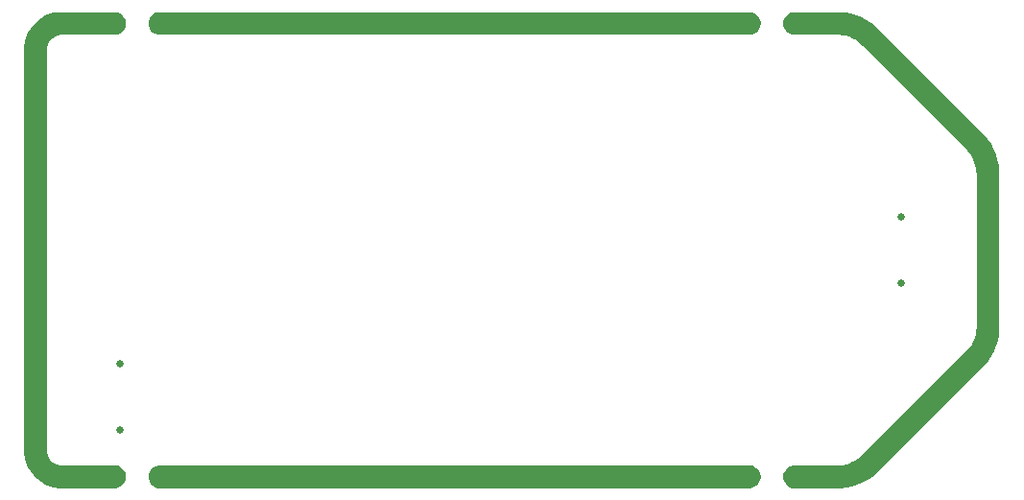
<source format=gbr>
%TF.GenerationSoftware,Altium Limited,Altium Designer,23.11.1 (41)*%
G04 Layer_Color=0*
%FSLAX26Y26*%
%MOIN*%
%TF.SameCoordinates,0B4E2714-AAF7-4A90-8E72-ED1F183F2DA5*%
%TF.FilePolarity,Positive*%
%TF.FileFunction,NonPlated,1,2,NPTH,Drill*%
%TF.Part,CustomerPanel*%
G01*
G75*
%TA.AperFunction,ComponentDrill*%
%ADD138C,0.026575*%
G36*
X2598425Y316913D02*
X2748032D01*
X2757831D01*
X2777335Y318834D01*
X2796556Y322658D01*
X2815311Y328347D01*
X2833417Y335847D01*
X2850702Y345085D01*
X2866997Y355974D01*
X2882147Y368406D01*
X2889076Y375336D01*
X2889076Y375336D01*
X3251436Y737696D01*
X3258365Y744625D01*
X3270798Y759775D01*
X3281686Y776070D01*
X3290925Y793354D01*
X3298425Y811461D01*
X3304114Y830215D01*
X3307938Y849437D01*
X3309858Y868941D01*
X3309858Y878740D01*
X3309858Y880134D01*
X3309760Y882919D01*
X3309563Y885698D01*
X3309268Y888470D01*
X3309071Y889849D01*
X3309071Y889849D01*
X3309071Y1408661D01*
Y1418460D01*
X3307150Y1437965D01*
X3303327Y1457186D01*
X3297637Y1475941D01*
X3290138Y1494047D01*
X3280899Y1511331D01*
X3270011Y1527627D01*
X3257578Y1542777D01*
X3250649Y1549706D01*
X3250649Y1549706D01*
X2888288Y1912066D01*
X2881359Y1918995D01*
X2866210Y1931428D01*
X2849914Y1942316D01*
X2832630Y1951555D01*
X2814523Y1959055D01*
X2795769Y1964744D01*
X2776547Y1968568D01*
X2757043Y1970488D01*
X2747244Y1970488D01*
X2747244Y1970489D01*
X2598425D01*
X2593240D01*
X2583223Y1967804D01*
X2574242Y1962619D01*
X2566909Y1955286D01*
X2561724Y1946305D01*
X2559040Y1936289D01*
Y1925918D01*
X2561724Y1915901D01*
X2566909Y1906920D01*
X2574242Y1899588D01*
X2583223Y1894402D01*
X2593240Y1891718D01*
X2598425D01*
D01*
X2747244Y1891718D01*
X2753166Y1891573D01*
X2764954Y1890412D01*
X2776571Y1888101D01*
X2787905Y1884663D01*
X2798848Y1880130D01*
X2809294Y1874547D01*
X2819143Y1867966D01*
X2828299Y1860452D01*
X2832589Y1856367D01*
X2832590Y1856367D01*
X3194950Y1494007D01*
X3199035Y1489716D01*
X3206549Y1480560D01*
X3213129Y1470712D01*
X3218713Y1460266D01*
X3223245Y1449323D01*
X3226684Y1437988D01*
X3228994Y1426371D01*
X3230155Y1414584D01*
X3230301Y1408661D01*
X3230301Y1408661D01*
Y886575D01*
X3230301Y885588D01*
X3230400Y883618D01*
X3230597Y881656D01*
X3230892Y879705D01*
X3231088Y878739D01*
X3230943Y872817D01*
X3229782Y861029D01*
X3227471Y849412D01*
X3224033Y838078D01*
X3219500Y827135D01*
X3213916Y816689D01*
X3207336Y806841D01*
X3199822Y797685D01*
X3195737Y793395D01*
X3195737Y793395D01*
X2833377Y431034D01*
X2829086Y426950D01*
X2819930Y419435D01*
X2810082Y412855D01*
X2799636Y407272D01*
X2788693Y402739D01*
X2777358Y399300D01*
X2765741Y396990D01*
X2753954Y395829D01*
X2748031Y395683D01*
X2748032D01*
X2598425D01*
X2593240D01*
X2583223Y392999D01*
X2574242Y387814D01*
X2566909Y380481D01*
X2561724Y371500D01*
X2559040Y361483D01*
Y351113D01*
X2561724Y341096D01*
X2566909Y332115D01*
X2574242Y324782D01*
X2583223Y319597D01*
X2593240Y316913D01*
X2598425D01*
D01*
D02*
G37*
G36*
X393701D02*
X388516D01*
X378499Y319597D01*
X369518Y324782D01*
X362185Y332115D01*
X357000Y341096D01*
X354316Y351113D01*
Y361483D01*
X357000Y371500D01*
X362185Y380481D01*
X369518Y387814D01*
X378499Y392999D01*
X388516Y395683D01*
X393701D01*
D01*
X2440945D01*
X2444824D01*
X2452433Y394170D01*
X2459601Y391201D01*
X2466051Y386891D01*
X2471537Y381405D01*
X2475847Y374954D01*
X2478816Y367786D01*
X2480330Y360177D01*
Y356298D01*
Y352419D01*
X2478816Y344810D01*
X2475847Y337642D01*
X2471537Y331192D01*
X2466051Y325706D01*
X2459601Y321396D01*
X2452433Y318427D01*
X2444824Y316913D01*
X2440945D01*
D01*
X393701D01*
D02*
G37*
G36*
Y1891718D02*
X388516D01*
X378499Y1894402D01*
X369518Y1899588D01*
X362185Y1906920D01*
X357000Y1915901D01*
X354316Y1925918D01*
Y1936289D01*
X357000Y1946305D01*
X362185Y1955286D01*
X369518Y1962619D01*
X378499Y1967804D01*
X388516Y1970489D01*
X393701D01*
D01*
X2440945D01*
X2444824D01*
X2452433Y1968975D01*
X2459601Y1966006D01*
X2466051Y1961696D01*
X2471537Y1956210D01*
X2475847Y1949759D01*
X2478816Y1942592D01*
X2480330Y1934983D01*
Y1931103D01*
Y1927224D01*
X2478816Y1919615D01*
X2475847Y1912448D01*
X2471537Y1905997D01*
X2466051Y1900511D01*
X2459601Y1896201D01*
X2452433Y1893232D01*
X2444824Y1891718D01*
X2440945D01*
D01*
X393701D01*
D02*
G37*
G36*
X-76788Y445669D02*
Y1841732D01*
Y1850171D01*
X-74585Y1866905D01*
X-70216Y1883208D01*
X-63757Y1898802D01*
X-55318Y1913419D01*
X-45043Y1926809D01*
X-33109Y1938744D01*
X-19718Y1949019D01*
X-5101Y1957458D01*
X10492Y1963917D01*
X26796Y1968285D01*
X43529Y1970489D01*
X51968D01*
D01*
X236220D01*
X240099D01*
X247709Y1968975D01*
X254876Y1966006D01*
X261327Y1961696D01*
X266813Y1956210D01*
X271123Y1949759D01*
X274092Y1942592D01*
X275606Y1934983D01*
Y1931103D01*
Y1927224D01*
X274092Y1919615D01*
X271123Y1912448D01*
X266813Y1905997D01*
X261327Y1900511D01*
X254876Y1896201D01*
X247709Y1893232D01*
X240099Y1891718D01*
X236220D01*
D01*
X51968D01*
X47069Y1891478D01*
X37458Y1889566D01*
X28405Y1885816D01*
X20258Y1880372D01*
X13329Y1873443D01*
X7885Y1865296D01*
X4135Y1856243D01*
X2223Y1846632D01*
X1982Y1841732D01*
D01*
Y445669D01*
X2223Y440770D01*
X4135Y431159D01*
X7885Y422106D01*
X13329Y413959D01*
X20258Y407030D01*
X28405Y401586D01*
X37458Y397836D01*
X47069Y395924D01*
X51968Y395683D01*
D01*
X236220D01*
X240099D01*
X247709Y394170D01*
X254876Y391201D01*
X261327Y386891D01*
X266813Y381405D01*
X271123Y374954D01*
X274092Y367786D01*
X275606Y360177D01*
Y356298D01*
Y352419D01*
X274092Y344810D01*
X271123Y337642D01*
X266813Y331192D01*
X261327Y325706D01*
X254876Y321396D01*
X247709Y318427D01*
X240099Y316913D01*
X236220D01*
D01*
X51968D01*
X43529D01*
X26796Y319116D01*
X10492Y323485D01*
X-5101Y329944D01*
X-19718Y338383D01*
X-33109Y348658D01*
X-45043Y360592D01*
X-55318Y373983D01*
X-63757Y388600D01*
X-70216Y404193D01*
X-74585Y420496D01*
X-76788Y437230D01*
Y445669D01*
D01*
D02*
G37*
D138*
X2968504Y1257477D02*
D03*
Y1029925D02*
D03*
X254913Y520051D02*
D03*
Y747603D02*
D03*
%TF.MD5,2943eddfb1fadbae276b361ac2530f41*%
M02*

</source>
